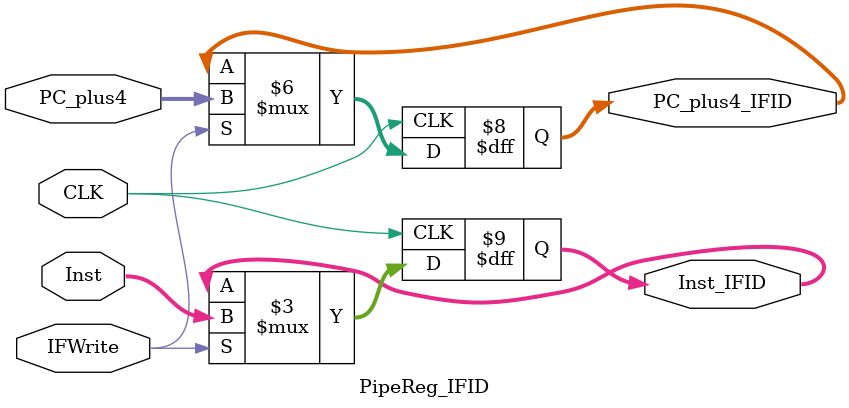
<source format=v>
module PipeReg_IFID(PC_plus4_IFID, Inst_IFID, CLK, PC_plus4, Inst, IFWrite);
output reg [31:0] PC_plus4_IFID, Inst_IFID;
input CLK, IFWrite;
input [31:0] PC_plus4, Inst;

always @(negedge CLK) begin
	if (IFWrite) begin
		PC_plus4_IFID = PC_plus4;
		Inst_IFID = Inst; 
	end else begin
		PC_plus4_IFID = PC_plus4_IFID;
		Inst_IFID = Inst_IFID; 
	end
end

endmodule



</source>
